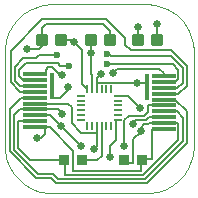
<source format=gtl>
G04 Layer_Physical_Order=1*
G04 Layer_Color=255*
%FSLAX25Y25*%
%MOIN*%
G70*
G01*
G75*
G04:AMPARAMS|DCode=10|XSize=25.2mil|YSize=8.66mil|CornerRadius=1.08mil|HoleSize=0mil|Usage=FLASHONLY|Rotation=270.000|XOffset=0mil|YOffset=0mil|HoleType=Round|Shape=RoundedRectangle|*
%AMROUNDEDRECTD10*
21,1,0.02520,0.00650,0,0,270.0*
21,1,0.02303,0.00866,0,0,270.0*
1,1,0.00216,-0.00325,-0.01152*
1,1,0.00216,-0.00325,0.01152*
1,1,0.00216,0.00325,0.01152*
1,1,0.00216,0.00325,-0.01152*
%
%ADD10ROUNDEDRECTD10*%
G04:AMPARAMS|DCode=11|XSize=25.2mil|YSize=8.66mil|CornerRadius=1.08mil|HoleSize=0mil|Usage=FLASHONLY|Rotation=180.000|XOffset=0mil|YOffset=0mil|HoleType=Round|Shape=RoundedRectangle|*
%AMROUNDEDRECTD11*
21,1,0.02520,0.00650,0,0,180.0*
21,1,0.02303,0.00866,0,0,180.0*
1,1,0.00216,-0.01152,0.00325*
1,1,0.00216,0.01152,0.00325*
1,1,0.00216,0.01152,-0.00325*
1,1,0.00216,-0.01152,-0.00325*
%
%ADD11ROUNDEDRECTD11*%
%ADD12R,0.08000X0.01181*%
%ADD13R,0.01181X0.09000*%
G04:AMPARAMS|DCode=14|XSize=37.01mil|YSize=40.16mil|CornerRadius=3.7mil|HoleSize=0mil|Usage=FLASHONLY|Rotation=0.000|XOffset=0mil|YOffset=0mil|HoleType=Round|Shape=RoundedRectangle|*
%AMROUNDEDRECTD14*
21,1,0.03701,0.03276,0,0,0.0*
21,1,0.02961,0.04016,0,0,0.0*
1,1,0.00740,0.01480,-0.01638*
1,1,0.00740,-0.01480,-0.01638*
1,1,0.00740,-0.01480,0.01638*
1,1,0.00740,0.01480,0.01638*
%
%ADD14ROUNDEDRECTD14*%
%ADD15R,0.03622X0.03819*%
%ADD16C,0.00800*%
%ADD17C,0.00050*%
%ADD18C,0.02500*%
%ADD19C,0.02362*%
D10*
X27563Y34583D02*
D03*
X29138D02*
D03*
X30713D02*
D03*
X32287D02*
D03*
X33862D02*
D03*
X35437D02*
D03*
Y22417D02*
D03*
X33862D02*
D03*
X32287D02*
D03*
X30713D02*
D03*
X29138D02*
D03*
X27563D02*
D03*
D11*
X37583Y32437D02*
D03*
Y30862D02*
D03*
Y29287D02*
D03*
Y27713D02*
D03*
Y26138D02*
D03*
Y24563D02*
D03*
X25417D02*
D03*
Y26138D02*
D03*
Y27713D02*
D03*
Y29287D02*
D03*
Y30862D02*
D03*
Y32437D02*
D03*
D12*
X53000Y21357D02*
D03*
Y23326D02*
D03*
Y25294D02*
D03*
Y27263D02*
D03*
Y29231D02*
D03*
Y31200D02*
D03*
Y39000D02*
D03*
Y37031D02*
D03*
Y35063D02*
D03*
Y33094D02*
D03*
X10000Y39737D02*
D03*
Y37769D02*
D03*
Y35800D02*
D03*
Y33832D02*
D03*
Y31863D02*
D03*
Y29895D02*
D03*
Y22095D02*
D03*
Y24063D02*
D03*
Y26032D02*
D03*
Y28000D02*
D03*
D13*
X47300Y35279D02*
D03*
X15600Y35816D02*
D03*
D14*
X44390Y51000D02*
D03*
X50610D02*
D03*
X35110Y51000D02*
D03*
X28890D02*
D03*
X18610D02*
D03*
X12390D02*
D03*
D15*
X25892Y11000D02*
D03*
X19789D02*
D03*
X45868D02*
D03*
X39765D02*
D03*
D16*
X49000Y11500D02*
Y21357D01*
X45551Y11500D02*
X49000D01*
X45551Y7500D02*
Y11500D01*
X37000Y17600D02*
Y24563D01*
X13400Y19700D02*
Y22095D01*
X10700Y18500D02*
X12200D01*
X13400Y19700D01*
X11330Y45950D02*
X17500D01*
X10290Y44910D02*
X11330Y45950D01*
X16431Y43419D02*
X17581D01*
X16350Y43500D02*
X16431Y43419D01*
X7100Y43500D02*
X16350D01*
X13637Y39500D02*
Y41137D01*
X14500Y42000D02*
X15779D01*
X13637Y41137D02*
X14500Y42000D01*
X15779D02*
X18279Y39500D01*
X19000D01*
X13400Y39737D02*
X13637Y39500D01*
X18500Y42500D02*
X21500D01*
X17581Y43419D02*
X18500Y42500D01*
X6090Y44910D02*
X10290D01*
X11400Y48000D02*
X12390Y48990D01*
X7500Y48000D02*
X11400D01*
X22500Y51000D02*
X23000Y50500D01*
X18610Y51000D02*
X22500D01*
X23000Y50500D02*
X25750Y47750D01*
X44000Y36800D02*
X47300D01*
X15600Y31777D02*
X18377D01*
X30713Y36800D02*
X44000D01*
X38949Y10000D02*
X42817D01*
X19949Y6100D02*
Y11000D01*
X1600Y28100D02*
X5363Y31863D01*
X1600Y13940D02*
Y28100D01*
X5088Y33832D02*
X10000D01*
X2000Y36920D02*
X5088Y33832D01*
X2000Y36920D02*
Y47500D01*
X33600Y58000D02*
X40000Y51600D01*
X12500Y58000D02*
X33600D01*
X2000Y47500D02*
X12500Y58000D01*
X32604Y56500D02*
X35110Y53994D01*
X13713Y56500D02*
X32604D01*
X12390Y55176D02*
X13713Y56500D01*
X1600Y13940D02*
X10440Y5100D01*
X34000Y46500D02*
X34520D01*
X35260Y45760D01*
X55260D01*
X28890Y39703D02*
X29138Y39455D01*
Y34583D02*
Y39455D01*
X21000Y34400D02*
Y35500D01*
X18377Y31777D02*
X21000Y34400D01*
X25750Y36396D02*
Y47750D01*
Y36396D02*
X27563Y34583D01*
X30713Y36800D02*
Y38313D01*
X55260Y45760D02*
X59300Y41720D01*
X41919Y47581D02*
X55419D01*
X40000Y49500D02*
X41919Y47581D01*
X40000Y49500D02*
Y51600D01*
X44390Y51000D02*
Y55390D01*
X44500Y55500D01*
X4800Y41200D02*
X7100Y43500D01*
X4800Y39074D02*
Y41200D01*
Y39074D02*
X6105Y37769D01*
X10000D01*
X3400Y42220D02*
X6090Y44910D01*
X3400Y37500D02*
Y42220D01*
Y37500D02*
X5100Y35800D01*
X10000D01*
X5363Y31863D02*
X10000D01*
X5000Y28000D02*
X10000D01*
X3000Y26000D02*
X5000Y28000D01*
X3000Y14520D02*
Y26000D01*
X60700Y16709D02*
Y27395D01*
X47291Y3300D02*
X60700Y16709D01*
X17140Y3300D02*
X47291D01*
X15340Y5100D02*
X17140Y3300D01*
X17720Y4700D02*
X46711D01*
X15920Y6500D02*
X17720Y4700D01*
X46711D02*
X59300Y17289D01*
Y25226D01*
X57900Y17869D02*
Y23326D01*
X46131Y6100D02*
X57900Y17869D01*
X19949Y6100D02*
X46131D01*
X22841Y7500D02*
X45551D01*
X22841D02*
Y14146D01*
X49000Y21357D02*
X53000D01*
X30787Y11000D02*
X32287Y12500D01*
X25892Y11000D02*
X30787D01*
X13400Y22095D02*
X15019D01*
X10000D02*
X13400D01*
X15019D02*
X22841Y14146D01*
X19789Y11000D02*
X19949D01*
X8500D02*
X19789D01*
X4500Y15000D02*
X8500Y11000D01*
X56895Y31200D02*
X60700Y27395D01*
X10440Y5100D02*
X15340D01*
X53000Y31200D02*
X56895D01*
X55419Y47581D02*
X60700Y42300D01*
X53000Y39000D02*
Y40000D01*
X51500Y41500D02*
X53000Y40000D01*
X37500Y41500D02*
X51500D01*
X36000Y40000D02*
X37500Y41500D01*
X21205Y29895D02*
X22300Y28800D01*
X19000Y26500D02*
Y26731D01*
X17731Y28000D02*
X19000Y26731D01*
X34000Y43000D02*
X56000D01*
X57900Y41100D01*
Y38037D02*
Y41100D01*
X56895Y37031D02*
X57900Y38037D01*
X53000Y37031D02*
X56895D01*
X57900Y33094D02*
X60700Y35894D01*
X57563Y35063D02*
X59300Y36800D01*
Y41720D01*
X60700Y35894D02*
Y42300D01*
X53000Y35063D02*
X57563D01*
X41250Y25750D02*
X46550D01*
X39900Y24400D02*
X41250Y25750D01*
X39900Y15800D02*
Y24400D01*
X47660Y22900D02*
X48086Y23326D01*
X46400Y22900D02*
X47660D01*
X45250Y21750D02*
X46400Y22900D01*
X45250Y20707D02*
Y21750D01*
X35000Y15600D02*
X37000Y17600D01*
X35000Y12000D02*
Y15600D01*
X32287Y12500D02*
Y22417D01*
X29600Y14700D02*
X30713Y15813D01*
X42817Y10000D02*
Y17967D01*
X3000Y14520D02*
X11020Y6500D01*
X15920D01*
X57263Y27263D02*
X59300Y25226D01*
X10000Y28000D02*
X17731D01*
X53000Y27263D02*
X57263D01*
X53000Y33094D02*
X57900D01*
X28890Y39703D02*
Y46800D01*
X15069Y26032D02*
X18700Y22400D01*
X25375Y15725D01*
X30713Y20200D02*
Y22417D01*
Y15813D02*
Y20200D01*
X45250Y20400D02*
Y20707D01*
X42600Y23100D02*
X43800Y24300D01*
X47080D01*
X48074Y25294D01*
X53000D01*
X30713Y34583D02*
Y36800D01*
Y38313D02*
X32000Y39600D01*
X15600Y31777D02*
Y35816D01*
X12390Y48990D02*
Y51000D01*
X50610Y51000D02*
Y56390D01*
X37000Y24563D02*
X37583D01*
X12390Y51000D02*
Y55176D01*
X35110Y51000D02*
Y53994D01*
X10000Y26032D02*
X15069D01*
X18700Y22400D01*
X28890Y46800D02*
Y51000D01*
X42817Y17967D02*
X45250Y20400D01*
X48086Y23326D02*
X53000D01*
X47800Y29231D02*
X53000D01*
X47800Y27000D02*
Y29231D01*
X46550Y25750D02*
X47800Y27000D01*
X41063Y32437D02*
X45100Y28400D01*
X37583Y32437D02*
X41063D01*
X25500Y20200D02*
X30713D01*
X22300Y23400D02*
X25500Y20200D01*
X22300Y23400D02*
Y28800D01*
X10000Y29895D02*
X21205D01*
X53000Y23326D02*
X57900D01*
X10000Y39737D02*
X13400D01*
X47300Y35279D02*
Y36800D01*
X4500Y24063D02*
X10000D01*
X4500Y15000D02*
Y24063D01*
D17*
X8Y15748D02*
X39Y14759D01*
X132Y13774D01*
X287Y12797D01*
X503Y11832D01*
X779Y10882D01*
X1114Y9951D01*
X1507Y9043D01*
X1956Y8161D01*
X2459Y7310D01*
X3015Y6492D01*
X3622Y5710D01*
X4276Y4968D01*
X4976Y4268D01*
X5718Y3614D01*
X6499Y3008D01*
X7318Y2451D01*
X8169Y1948D01*
X9051Y1499D01*
X9959Y1106D01*
X10889Y771D01*
X11840Y495D01*
X12805Y279D01*
X13782Y124D01*
X14767Y31D01*
X15756Y0D01*
Y62992D02*
X14767Y62961D01*
X13782Y62868D01*
X12805Y62713D01*
X11840Y62497D01*
X10889Y62221D01*
X9959Y61886D01*
X9051Y61493D01*
X8169Y61044D01*
X7318Y60541D01*
X6499Y59984D01*
X5718Y59378D01*
X4976Y58724D01*
X4276Y58024D01*
X3622Y57282D01*
X3015Y56501D01*
X2459Y55682D01*
X1956Y54831D01*
X1507Y53949D01*
X1114Y53041D01*
X779Y52110D01*
X503Y51160D01*
X287Y50195D01*
X132Y49218D01*
X39Y48233D01*
X8Y47244D01*
X47252Y0D02*
X48241Y31D01*
X49226Y124D01*
X50203Y279D01*
X51168Y495D01*
X52118Y771D01*
X53049Y1106D01*
X53957Y1499D01*
X54839Y1948D01*
X55690Y2451D01*
X56508Y3008D01*
X57290Y3614D01*
X58032Y4268D01*
X58732Y4968D01*
X59386Y5710D01*
X59992Y6492D01*
X60549Y7310D01*
X61052Y8161D01*
X61501Y9043D01*
X61894Y9951D01*
X62229Y10882D01*
X62505Y11832D01*
X62721Y12797D01*
X62876Y13774D01*
X62969Y14759D01*
X63000Y15748D01*
Y47244D02*
X62969Y48233D01*
X62876Y49218D01*
X62721Y50195D01*
X62505Y51161D01*
X62229Y52110D01*
X61894Y53041D01*
X61501Y53949D01*
X61052Y54831D01*
X60549Y55682D01*
X59992Y56501D01*
X59386Y57282D01*
X58732Y58024D01*
X58032Y58724D01*
X57290Y59378D01*
X56508Y59984D01*
X55690Y60541D01*
X54839Y61044D01*
X53957Y61493D01*
X53049Y61886D01*
X52118Y62221D01*
X51168Y62497D01*
X50203Y62713D01*
X49226Y62868D01*
X48241Y62961D01*
X47252Y62992D01*
X63000Y47244D02*
X62969Y48233D01*
X62876Y49218D01*
X62721Y50195D01*
X62505Y51161D01*
X62229Y52110D01*
X61894Y53041D01*
X61501Y53949D01*
X61052Y54831D01*
X60549Y55682D01*
X59992Y56501D01*
X59386Y57282D01*
X58732Y58024D01*
X58032Y58724D01*
X57290Y59378D01*
X56508Y59984D01*
X55690Y60541D01*
X54839Y61044D01*
X53957Y61493D01*
X53049Y61886D01*
X52118Y62221D01*
X51168Y62497D01*
X50203Y62713D01*
X49226Y62868D01*
X48241Y62961D01*
X47252Y62992D01*
X47252Y0D02*
X48241Y31D01*
X49226Y124D01*
X50203Y279D01*
X51168Y495D01*
X52118Y771D01*
X53049Y1106D01*
X53957Y1499D01*
X54839Y1948D01*
X55690Y2451D01*
X56508Y3008D01*
X57290Y3614D01*
X58032Y4268D01*
X58732Y4968D01*
X59386Y5710D01*
X59992Y6492D01*
X60549Y7310D01*
X61052Y8161D01*
X61501Y9043D01*
X61894Y9951D01*
X62229Y10882D01*
X62505Y11832D01*
X62721Y12797D01*
X62876Y13774D01*
X62969Y14759D01*
X63000Y15748D01*
X15756Y62992D02*
X14767Y62961D01*
X13782Y62868D01*
X12805Y62713D01*
X11840Y62497D01*
X10889Y62221D01*
X9959Y61886D01*
X9051Y61493D01*
X8169Y61044D01*
X7318Y60541D01*
X6499Y59984D01*
X5718Y59378D01*
X4976Y58724D01*
X4276Y58024D01*
X3622Y57282D01*
X3015Y56501D01*
X2459Y55682D01*
X1956Y54831D01*
X1507Y53949D01*
X1114Y53041D01*
X779Y52110D01*
X503Y51160D01*
X287Y50195D01*
X132Y49218D01*
X39Y48233D01*
X8Y47244D01*
Y15748D02*
X39Y14759D01*
X132Y13774D01*
X287Y12797D01*
X503Y11832D01*
X779Y10882D01*
X1114Y9951D01*
X1507Y9043D01*
X1956Y8161D01*
X2459Y7310D01*
X3015Y6492D01*
X3622Y5710D01*
X4276Y4968D01*
X4976Y4268D01*
X5718Y3614D01*
X6499Y3008D01*
X7318Y2451D01*
X8169Y1948D01*
X9051Y1499D01*
X9959Y1106D01*
X10889Y771D01*
X11840Y495D01*
X12805Y279D01*
X13782Y124D01*
X14767Y31D01*
X15756Y0D01*
X63000Y15748D02*
Y47244D01*
X15756Y62992D02*
X47252D01*
X8Y15748D02*
Y47244D01*
X15756Y0D02*
X47252D01*
X15756D02*
X47252D01*
X8Y15748D02*
Y47244D01*
X15756Y62992D02*
X47252D01*
X63000Y15748D02*
Y47244D01*
D18*
X10700Y18500D02*
D03*
X19000Y39500D02*
D03*
X23000Y50500D02*
D03*
X44000Y36800D02*
D03*
X21000Y35500D02*
D03*
X44500Y55500D02*
D03*
X7500Y48000D02*
D03*
X36000Y40000D02*
D03*
X19000Y26500D02*
D03*
X35000Y12000D02*
D03*
X29600Y14700D02*
D03*
X25375Y15725D02*
D03*
X42600Y23100D02*
D03*
X32000Y39600D02*
D03*
X50610Y56390D02*
D03*
X18700Y22400D02*
D03*
X28890Y46800D02*
D03*
X39900Y15800D02*
D03*
X45250Y20707D02*
D03*
X45100Y28400D02*
D03*
D19*
X21500Y42500D02*
D03*
X34000Y43000D02*
D03*
Y46500D02*
D03*
X17500Y46000D02*
D03*
M02*

</source>
